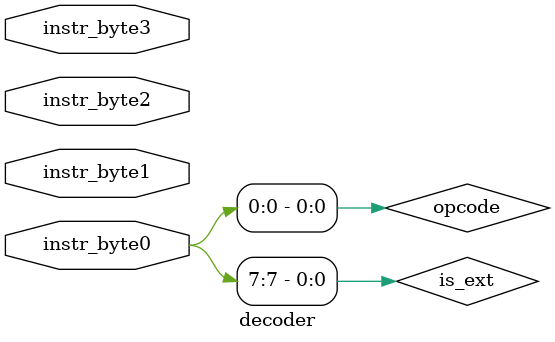
<source format=v>
module decoder(    
    input  [7:0] instr_byte0,  // 1 bit flag + 7 bit opcode
    input  [7:0] instr_byte1,  
    input  [7:0] instr_byte2,  
    input  [7:0] instr_byte3 
);
    /* 
       [1 bit is extended flag] 
       [opcode 7 bit] 
       [2 bit mod]      OR      [operand 8 bit]
       [reg 3 bit]          
       [reg 3 bit] 

       [optional 8 bit]
       [optional 8 bit]
    */

    wire is_ext = instr_byte0[7];
    wire opcode = instr_byte0[6:0];

    localparam [2:0] 
        R0 = 3'b000, R1 = 3'b001, R2 = 3'b010, R3 = 3'b011,
        R4 = 3'b100, R5 = 3'b101, R6 = 3'b110, R7 = 3'b111;

    localparam [2:0]
        ER0 = 3'b000,  // R1:R0 - 16-bit reg
        ER1 = 3'b001,
        ER2 = 3'b010,
        ER3 = 3'b011,
        SP  = 3'b100,  // Stack Pointer
        PC  = 3'b101;  // Program Counter

    always @* begin

        case (opcode)

            // NOP
            8'b0000000: /*No operation here*/;

            // LOAD 


            // ALU

            /*  
                [0] [opcode 7 bit] [2 bit mod] [reg 3 bit] [reg 3 bit]

                ADD examples:

                ADD R4 R7       -> [0 000 0001 00 101 111]                         2 byte
                ADD R4 imm8     -> [0 000 0001 01 101 000 1001 1011]               3 byte
                ADD R4 [R7]     -> NOT AVAILABLE
                ADD R4 mem16    -> [0 000 0001 11 101 000 1001 1011 0010 1011]     4 byte    

                [1] [opcode 7 bit] [2 bit mod] [reg 3 bit] [reg 3 bit]

                ADD ER1 ER3     -> [1 000 0001 00 001 011]                         2 byte
                ADD ER1 imm16   -> [1 000 0001 01 001 000 1011 1001 1110 1111]     4 byte
                ADD ER1 [ER3]   -> [1 000 0001 10 001 011]                         2 byte
                ADD ER1 mem8    -> [1 000 0001 11 001 000 1001 1101 1101 1111]     4 byte

                mods: 
                    00 - reg reg
                    01 - reg imm
                    10 - reg [reg]
                    11 - reg mem
            */

            // ADD
            8'b0000001: ; 

            // SUB
            8'b0000010: ;

            /*
                [0] [opcode 7 bit] [2 bit mod] [1 bit is bitwise flag] [reg 3 bit] [00] [reg 3 bit] [00000]     3 byte

                LXOR examples:

                LXOR R4 R7       -> [0 000 0010 00 0 101 00 111 00000]               3 byte
                LXOR R4 imm8     -> [0 000 0010 01 0 101 00 1001 1011]               3 byte
                LXOR R4 [R7]     -> NOT AVAILABLE
                LXOR R4 mem8     -> [0 000 0010 11 0 101 00 1001 1011 0010 1011]     4 byte   

                BXOR examples:
                                
                BXOR R4 R7       -> [0 000 0010 00 1 101 00 111 00000]               3 byte
                BXOR R4 imm8     -> [0 000 0010 01 1 101 00 1001 1011]               3 byte
                BXOR R4 [R7]     -> NOT AVAILABLE
                BXOR R4 mem8     -> [0 000 0010 11 1 101 00 1001 1011 0010 1011]     4 byte  

                [1] [opcode 7 bit] [2 bit mod] [reg 3 bit] [reg 3 bit]

                LXOR examples:

                LXOR ER1 ER3     -> [1 000 0010 00 0 001 00 011 00000]                3 byte
                LXOR ER1 imm16   -> [1 000 0010 01 0 001 00 1011 1001 1110 1111]      4 byte
                LXOR ER1 [ER3]   -> [1 000 0010 10 0 001 00 011 00000]                3 byte                                    
                LXOR ER1 mem16   -> [1 000 0010 11 0 001 00 1001 1101 1101 1111]      4 byte 

                BXOR examples:

                BXOR ER1 ER3     -> [1 000 0010 00 1 001 00 011 00000]                3 byte
                BXOR ER1 imm16   -> [1 000 0010 01 1 001 00 1011 1001 1110 1111]      4 byte
                BXOR ER1 [ER3]   -> [1 000 0010 10 1 001 00 011 00000]                3 byte
                BXOR ER1 mem16   -> [1 000 0010 11 1 001 00 1001 1101 1101 1111]      4 byte 
            */

            // XOR
            8'b0000010: ;

            // AND
            8'b0000011: ;

            // OR
            8'b0000100: ;

            /*
                [0] [opcode 7 bit] [2 bit mod] [1 bit is bitwise flag] [reg 3 bit] [00] [reg 3 bit] [00000]     3 byte

                LNOT examples:

                LNOT R4          -> [0 000 0101 00 0 101 00]                         2 byte
                LNOT imm8        -> NOT AVAILABLE                                    
                LNOT [R4]        -> NOT AVAILABLE
                LNOT mem8        -> [0 000 0101 11 0 00000 1001 1011 0010 1011]      4 byte   

                BNOT examples:
                                
                BNOT R4          -> [0 000 0101 00 1 101 00]                         3 byte
                BNOT imm8        -> NOT AVAILABLE                                    
                BNOT [R4]        -> NOT AVAILABLE
                BNOT mem8        -> [0 000 0101 11 1 0000 1001 1011 0010 1011]       4 byte  

                [1] [opcode 7 bit] [2 bit mod] [reg 3 bit] [reg 3 bit]

                LNOT examples:

                LNOT ER1         -> [1 000 0101 00 0 001 00]                          2 byte
                LNOT imm16       -> NOT AVAILABLE                                     
                LNOT [ER1]       -> [1 000 0101 10 0 001 00 011 00000]                3 byte                                    
                LNOT mem16       -> [1 000 0101 11 0 001 00 1001 1101 1101 1111]      4 byte 

                BNOT examples:

                BNOT ER1         -> [1 000 0101 00 1 001 00]                          2 byte
                BNOT imm16       -> NOT AVAILABLE                                     
                BNOT [ER1]       -> [1 000 0101 10 1 001 00]                          2 byte
                BNOT mem16       -> [1 000 0101 11 1 001 00 1001 1101 1101 1111]      4 byte 
            */

            // NOT
            8'b0000101: ;

            // MULTIPLY
            8'b0000110: /*N/A*/;

            // DIVIDE
            8'b0000111: /*N/A*/;

            // STACK

            // PUSH
            8'b0001000: ;                            
        endcase
    end
endmodule
</source>
